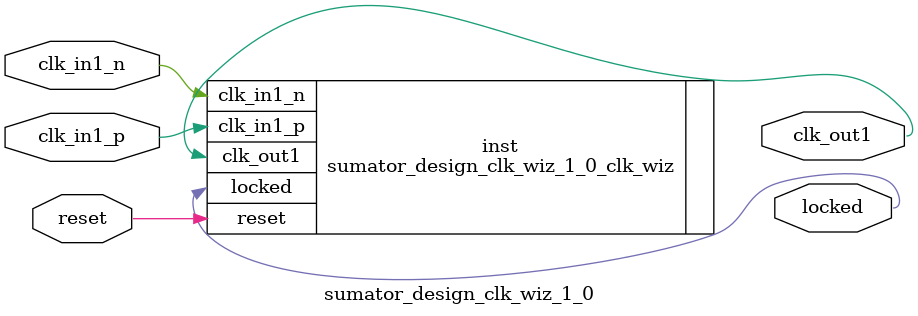
<source format=v>


`timescale 1ps/1ps

(* CORE_GENERATION_INFO = "sumator_design_clk_wiz_1_0,clk_wiz_v6_0_2_0_0,{component_name=sumator_design_clk_wiz_1_0,use_phase_alignment=true,use_min_o_jitter=false,use_max_i_jitter=false,use_dyn_phase_shift=false,use_inclk_switchover=false,use_dyn_reconfig=false,enable_axi=0,feedback_source=FDBK_AUTO,PRIMITIVE=MMCM,num_out_clk=1,clkin1_period=5.000,clkin2_period=10.0,use_power_down=false,use_reset=true,use_locked=true,use_inclk_stopped=false,feedback_type=SINGLE,CLOCK_MGR_TYPE=NA,manual_override=false}" *)

module sumator_design_clk_wiz_1_0 
 (
  // Clock out ports
  output        clk_out1,
  // Status and control signals
  input         reset,
  output        locked,
 // Clock in ports
  input         clk_in1_p,
  input         clk_in1_n
 );

  sumator_design_clk_wiz_1_0_clk_wiz inst
  (
  // Clock out ports  
  .clk_out1(clk_out1),
  // Status and control signals               
  .reset(reset), 
  .locked(locked),
 // Clock in ports
  .clk_in1_p(clk_in1_p),
  .clk_in1_n(clk_in1_n)
  );

endmodule

</source>
